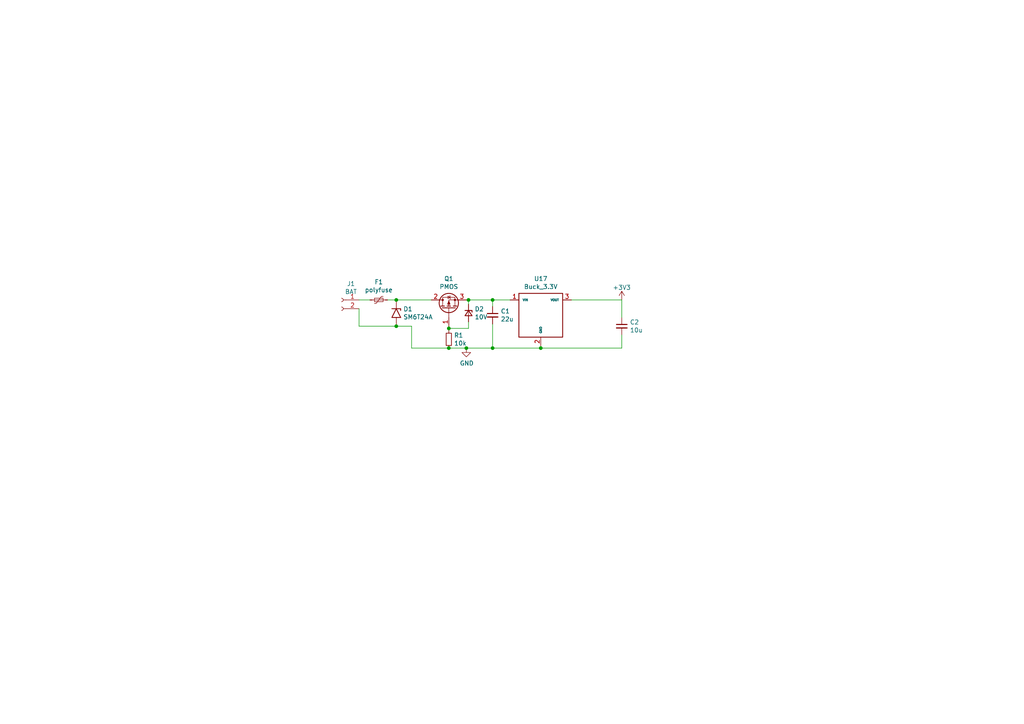
<source format=kicad_sch>
(kicad_sch (version 20211123) (generator eeschema)
  (paper "A4")
  (lib_symbols
    (symbol "Connector:Conn_01x02_Female" (pin_names (offset 1.016) hide)
      (property "Reference" "J" (at 0 2.54 0))
      (property "Value" "Conn_01x02_Female" (at 0 -5.08 0))
      (symbol "Conn_01x02_Female_1_1"
        (arc (start 0 -2.032) (mid -0.508 -2.54) (end 0 -3.048) (stroke (width 0.1524)))
        (polyline (pts (xy -1.27 -2.54) (xy -0.508 -2.54)) (stroke (width 0.1524)))
        (polyline (pts (xy -1.27 0) (xy -0.508 0)) (stroke (width 0.1524)))
        (arc (start 0 0.508) (mid -0.508 0) (end 0 -0.508) (stroke (width 0.1524)))
        (pin passive line (at -5.08 0 0) (length 3.81) (name "Pin_1") (number "1"))
        (pin passive line (at -5.08 -2.54 0) (length 3.81) (name "Pin_2") (number "2"))
      )
    )
    (symbol "Deimos:Buck_5V" (pin_names (offset 1.016))
      (property "Reference" "U" (at -5.715 8.255 0))
      (property "Value" "Buck_5V" (at 0.635 0 0))
      (symbol "Buck_5V_0_1"
        (rectangle (start -6.35 6.35) (end 6.35 -6.35) (stroke (width 0.254)))
      )
      (symbol "Buck_5V_1_1"
        (pin power_in line (at -8.89 4.445 0) (length 2.54) (name "VIN") (number "1"))
        (pin power_in line (at 0 -8.89 90) (length 2.54) (name "GND") (number "2"))
        (pin power_out line (at 8.89 4.445 180) (length 2.54) (name "VOUT") (number "3"))
      )
    )
    (symbol "Device:C_Small" (pin_numbers hide) (pin_names (offset 0.254) hide)
      (property "Reference" "C" (at 0.254 1.778 0))
      (property "Value" "C_Small" (at 0.254 -2.032 0))
      (symbol "C_Small_0_1"
        (polyline (pts (xy -1.524 -0.508) (xy 1.524 -0.508)) (stroke (width 0.3302)))
        (polyline (pts (xy -1.524 0.508) (xy 1.524 0.508)) (stroke (width 0.3048)))
      )
      (symbol "C_Small_1_1"
        (pin passive line (at 0 2.54 270) (length 2.032) (name "~") (number "1"))
        (pin passive line (at 0 -2.54 90) (length 2.032) (name "~") (number "2"))
      )
    )
    (symbol "Device:D_Zener_Small" (pin_numbers hide) (pin_names (offset 0.254) hide)
      (property "Reference" "D" (at 0 2.286 0))
      (property "Value" "D_Zener_Small" (at 0 -2.286 0))
      (symbol "D_Zener_Small_0_1"
        (polyline (pts (xy 0.762 0) (xy -0.762 0)))
        (polyline (pts (xy -0.254 1.016) (xy -0.762 1.016) (xy -0.762 -1.016)) (stroke (width 0.254)))
        (polyline (pts (xy 0.762 1.016) (xy -0.762 0) (xy 0.762 -1.016) (xy 0.762 1.016)) (stroke (width 0.254)))
      )
      (symbol "D_Zener_Small_1_1"
        (pin passive line (at -2.54 0 0) (length 1.778) (name "K") (number "1"))
        (pin passive line (at 2.54 0 180) (length 1.778) (name "A") (number "2"))
      )
    )
    (symbol "Device:Polyfuse_Small" (pin_numbers hide) (pin_names (offset 0))
      (property "Reference" "F" (at -1.905 0 90))
      (property "Value" "Polyfuse_Small" (at 1.905 0 90))
      (symbol "Polyfuse_Small_0_1"
        (rectangle (start -0.508 1.27) (end 0.508 -1.27))
        (polyline (pts (xy 0 2.54) (xy 0 -2.54)))
        (polyline (pts (xy -1.016 1.27) (xy -1.016 0.762) (xy 1.016 -0.762) (xy 1.016 -1.27)))
      )
      (symbol "Polyfuse_Small_1_1"
        (pin passive line (at 0 2.54 270) (length 0.635) (name "~") (number "1"))
        (pin passive line (at 0 -2.54 90) (length 0.635) (name "~") (number "2"))
      )
    )
    (symbol "Device:Q_PMOS_GDS" (pin_names (offset 0) hide)
      (property "Reference" "Q" (at 5.08 1.27 0))
      (property "Value" "Q_PMOS_GDS" (at 5.08 -1.27 0))
      (symbol "Q_PMOS_GDS_0_1"
        (polyline (pts (xy 0.254 0) (xy -2.54 0)))
        (polyline (pts (xy 0.254 1.905) (xy 0.254 -1.905)) (stroke (width 0.254)))
        (polyline (pts (xy 0.762 -1.27) (xy 0.762 -2.286)) (stroke (width 0.254)))
        (polyline (pts (xy 0.762 0.508) (xy 0.762 -0.508)) (stroke (width 0.254)))
        (polyline (pts (xy 0.762 2.286) (xy 0.762 1.27)) (stroke (width 0.254)))
        (polyline (pts (xy 2.54 2.54) (xy 2.54 1.778)))
        (polyline (pts (xy 2.54 -2.54) (xy 2.54 0) (xy 0.762 0)))
        (polyline (pts (xy 0.762 1.778) (xy 3.302 1.778) (xy 3.302 -1.778) (xy 0.762 -1.778)))
        (polyline (pts (xy 2.286 0) (xy 1.27 0.381) (xy 1.27 -0.381) (xy 2.286 0)) (fill (type outline)))
        (polyline (pts (xy 2.794 -0.508) (xy 2.921 -0.381) (xy 3.683 -0.381) (xy 3.81 -0.254)))
        (polyline (pts (xy 3.302 -0.381) (xy 2.921 0.254) (xy 3.683 0.254) (xy 3.302 -0.381)))
        (circle (center 1.651 0) (radius 2.794) (stroke (width 0.254)))
        (circle (center 2.54 -1.778) (radius 0.254) (fill (type outline)))
        (circle (center 2.54 1.778) (radius 0.254) (fill (type outline)))
      )
      (symbol "Q_PMOS_GDS_1_1"
        (pin input line (at -5.08 0 0) (length 2.54) (name "G") (number "1"))
        (pin passive line (at 2.54 5.08 270) (length 2.54) (name "D") (number "2"))
        (pin passive line (at 2.54 -5.08 90) (length 2.54) (name "S") (number "3"))
      )
    )
    (symbol "Device:R_Small" (pin_numbers hide) (pin_names (offset 0.254) hide)
      (property "Reference" "R" (at 0.762 0.508 0))
      (property "Value" "R_Small" (at 0.762 -1.016 0))
      (symbol "R_Small_0_1"
        (rectangle (start -0.762 1.778) (end 0.762 -1.778) (stroke (width 0.2032)))
      )
      (symbol "R_Small_1_1"
        (pin passive line (at 0 2.54 270) (length 0.762) (name "~") (number "1"))
        (pin passive line (at 0 -2.54 90) (length 0.762) (name "~") (number "2"))
      )
    )
    (symbol "Diode:SM6T24A" (pin_numbers hide) (pin_names (offset 1.016) hide)
      (property "Reference" "D" (at 0 2.54 0))
      (property "Value" "SM6T24A" (at 0 -2.54 0))
      (symbol "SM6T24A_0_1"
        (polyline (pts (xy -0.762 1.27) (xy -1.27 1.27) (xy -1.27 -1.27)) (stroke (width 0.254)))
        (polyline (pts (xy 1.27 1.27) (xy 1.27 -1.27) (xy -1.27 0) (xy 1.27 1.27)) (stroke (width 0.254)))
      )
      (symbol "SM6T24A_1_1"
        (pin passive line (at -3.81 0 0) (length 2.54) (name "A1") (number "1"))
        (pin passive line (at 3.81 0 180) (length 2.54) (name "A2") (number "2"))
      )
    )
    (symbol "power:+3.3V" (power) (pin_names (offset 0))
      (property "Value" "+3.3V" (at 0 3.556 0))
      (symbol "+3.3V_0_1"
        (polyline (pts (xy -0.762 1.27) (xy 0 2.54)))
        (polyline (pts (xy 0 0) (xy 0 2.54)))
        (polyline (pts (xy 0 2.54) (xy 0.762 1.27)))
      )
      (symbol "+3.3V_1_1"
        (pin power_in line (at 0 0 90) (length 0) hide (name "+3V3") (number "1"))
      )
    )
    (symbol "power:GND" (power) (pin_names (offset 0))
      (property "Value" "GND" (at 0 -3.81 0))
      (symbol "GND_0_1"
        (polyline (pts (xy 0 0) (xy 0 -1.27) (xy 1.27 -1.27) (xy 0 -2.54) (xy -1.27 -1.27) (xy 0 -1.27)))
      )
      (symbol "GND_1_1"
        (pin power_in line (at 0 0 270) (length 0) hide (name "GND") (number "1"))
      )
    )
  )
  (junction (at 135.89 86.995))
  (junction (at 156.845 100.965))
  (junction (at 130.175 100.965))
  (junction (at 130.175 95.25))
  (junction (at 142.875 100.965))
  (junction (at 114.935 94.615))
  (junction (at 114.935 86.995))
  (junction (at 142.875 86.995))
  (junction (at 135.255 100.965))
  (wire (pts (xy 130.175 94.615) (xy 130.175 95.25)))
  (wire (pts (xy 135.255 100.965) (xy 142.875 100.965)))
  (wire (pts (xy 104.14 89.535) (xy 104.14 94.615)))
  (wire (pts (xy 114.935 86.995) (xy 125.095 86.995)))
  (wire (pts (xy 142.875 88.9) (xy 142.875 86.995)))
  (wire (pts (xy 142.875 93.98) (xy 142.875 100.965)))
  (wire (pts (xy 165.735 86.995) (xy 180.34 86.995)))
  (wire (pts (xy 104.14 86.995) (xy 107.315 86.995)))
  (wire (pts (xy 135.89 86.995) (xy 142.875 86.995)))
  (wire (pts (xy 156.845 100.965) (xy 180.34 100.965)))
  (wire (pts (xy 114.935 94.615) (xy 119.38 94.615)))
  (wire (pts (xy 104.14 94.615) (xy 114.935 94.615)))
  (wire (pts (xy 135.89 95.25) (xy 130.175 95.25)))
  (wire (pts (xy 180.34 97.155) (xy 180.34 100.965)))
  (wire (pts (xy 180.34 86.995) (xy 180.34 92.075)))
  (wire (pts (xy 135.89 93.345) (xy 135.89 95.25)))
  (wire (pts (xy 135.89 88.265) (xy 135.89 86.995)))
  (wire (pts (xy 135.255 86.995) (xy 135.89 86.995)))
  (wire (pts (xy 119.38 100.965) (xy 130.175 100.965)))
  (wire (pts (xy 156.845 100.33) (xy 156.845 100.965)))
  (wire (pts (xy 119.38 94.615) (xy 119.38 100.965)))
  (wire (pts (xy 112.395 86.995) (xy 114.935 86.995)))
  (wire (pts (xy 142.875 100.965) (xy 156.845 100.965)))
  (wire (pts (xy 142.875 86.995) (xy 147.955 86.995)))
  (wire (pts (xy 130.175 100.965) (xy 135.255 100.965)))
  (wire (pts (xy 130.175 95.25) (xy 130.175 95.885)))
  (symbol (lib_id "Device:D_Zener_Small") (at 135.89 90.805 270) (unit 1)
    (property "Reference" "D2" (at 137.668 89.6366 90) (effects (justify left)))
    (property "Value" "10V" (at 137.668 91.948 90) (effects (justify left)))
    (property "Footprint" "Diode_SMD:D_0603_1608Metric" (effects hide))
  )
  (symbol (lib_id "Device:R_Small") (at 130.175 98.425 0) (unit 1)
    (property "Reference" "R1" (at 131.6736 97.2566 0) (effects (justify left)))
    (property "Value" "10k" (at 131.6736 99.568 0) (effects (justify left)))
    (property "Footprint" "Resistor_SMD:R_0805_2012Metric_Pad1.20x1.40mm_HandSolder" (effects hide))
  )
  (symbol (lib_id "Device:C_Small") (at 142.875 91.44 0) (unit 1)
    (property "Reference" "C1" (at 145.2118 90.2716 0) (effects (justify left)))
    (property "Value" "22u" (at 145.2118 92.583 0) (effects (justify left)))
    (property "Footprint" "Capacitor_SMD:C_0805_2012Metric_Pad1.18x1.45mm_HandSolder" (effects hide))
  )
  (symbol (lib_id "Deimos:Buck_5V") (at 156.845 91.44 0) (unit 1)
    (property "Reference" "U17" (at 156.845 80.8482 0))
    (property "Value" "Buck_3.3V" (at 156.845 83.1596 0))
    (property "Footprint" "Connector_PinHeader_2.54mm:PinHeader_1x03_P2.54mm_Vertical" (effects hide))
  )
  (symbol (lib_id "power:GND") (at 135.255 100.965 0) (unit 1)
    (property "Reference" "#PWR02" (effects hide))
    (property "Value" "GND" (at 135.382 105.3592 0))
  )
  (symbol (lib_id "Device:Q_PMOS_GDS") (at 130.175 89.535 90) (unit 1)
    (property "Reference" "Q1" (at 130.175 80.8482 90))
    (property "Value" "PMOS" (at 130.175 83.1596 90))
    (property "Footprint" "Package_TO_SOT_SMD:SOT-23" (effects hide))
  )
  (symbol (lib_id "Connector:Conn_01x02_Female") (at 99.06 86.995 0) (mirror y) (unit 1)
    (property "Reference" "J1" (at 101.8032 82.296 0))
    (property "Value" "BAT" (at 101.8032 84.6074 0))
    (property "Footprint" "Connector_JST:JST_XH_B2B-XH-A_1x02_P2.50mm_Vertical" (effects hide))
  )
  (symbol (lib_id "Device:C_Small") (at 180.34 94.615 0) (unit 1)
    (property "Reference" "C2" (at 182.6768 93.4466 0) (effects (justify left)))
    (property "Value" "10u" (at 182.6768 95.758 0) (effects (justify left)))
    (property "Footprint" "Capacitor_SMD:C_0805_2012Metric_Pad1.18x1.45mm_HandSolder" (effects hide))
  )
  (symbol (lib_id "power:+3.3V") (at 180.34 86.995 0) (unit 1)
    (property "Reference" "#PWR01" (effects hide))
    (property "Value" "+3.3V" (at 180.34 83.3905 0))
  )
  (symbol (lib_id "Device:Polyfuse_Small") (at 109.855 86.995 270) (unit 1)
    (property "Reference" "F1" (at 109.855 81.788 90))
    (property "Value" "polyfuse" (at 109.855 84.0994 90))
    (property "Footprint" "Deimos:polyswitch" (effects hide))
  )
  (symbol (lib_id "Diode:SM6T24A") (at 114.935 90.805 270) (unit 1)
    (property "Reference" "D1" (at 116.967 89.6366 90) (effects (justify left)))
    (property "Value" "SM6T24A" (at 116.967 91.948 90) (effects (justify left)))
    (property "Footprint" "Diode_SMD:D_SMB" (effects hide))
    (property "Datasheet" "https://www.st.com/resource/en/datasheet/sm6t.pdf" (effects hide))
  )
)
</source>
